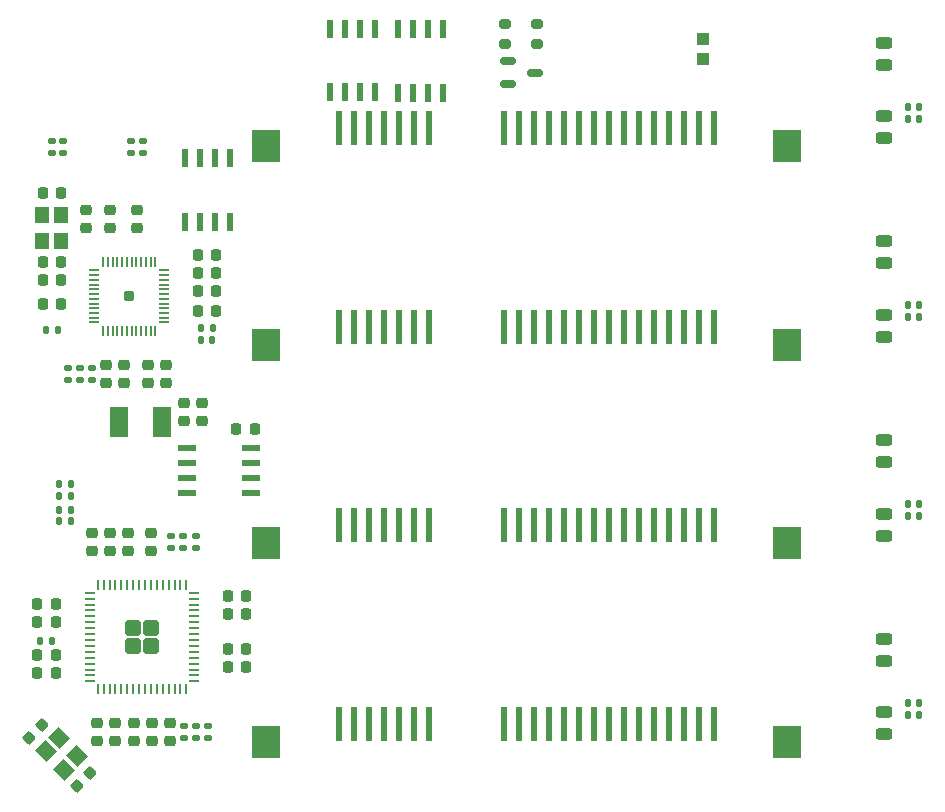
<source format=gtp>
%TF.GenerationSoftware,KiCad,Pcbnew,7.0.9*%
%TF.CreationDate,2024-12-30T23:35:23+08:00*%
%TF.ProjectId,ver0.1,76657230-2e31-42e6-9b69-6361645f7063,rev?*%
%TF.SameCoordinates,Original*%
%TF.FileFunction,Paste,Top*%
%TF.FilePolarity,Positive*%
%FSLAX46Y46*%
G04 Gerber Fmt 4.6, Leading zero omitted, Abs format (unit mm)*
G04 Created by KiCad (PCBNEW 7.0.9) date 2024-12-30 23:35:23*
%MOMM*%
%LPD*%
G01*
G04 APERTURE LIST*
G04 Aperture macros list*
%AMRoundRect*
0 Rectangle with rounded corners*
0 $1 Rounding radius*
0 $2 $3 $4 $5 $6 $7 $8 $9 X,Y pos of 4 corners*
0 Add a 4 corners polygon primitive as box body*
4,1,4,$2,$3,$4,$5,$6,$7,$8,$9,$2,$3,0*
0 Add four circle primitives for the rounded corners*
1,1,$1+$1,$2,$3*
1,1,$1+$1,$4,$5*
1,1,$1+$1,$6,$7*
1,1,$1+$1,$8,$9*
0 Add four rect primitives between the rounded corners*
20,1,$1+$1,$2,$3,$4,$5,0*
20,1,$1+$1,$4,$5,$6,$7,0*
20,1,$1+$1,$6,$7,$8,$9,0*
20,1,$1+$1,$8,$9,$2,$3,0*%
%AMRotRect*
0 Rectangle, with rotation*
0 The origin of the aperture is its center*
0 $1 length*
0 $2 width*
0 $3 Rotation angle, in degrees counterclockwise*
0 Add horizontal line*
21,1,$1,$2,0,0,$3*%
%AMFreePoly0*
4,1,33,0.459513,0.680391,0.494205,0.666021,0.523996,0.643161,0.643161,0.523996,0.666021,0.494205,0.680391,0.459513,0.685292,0.422283,0.685292,-0.422283,0.680391,-0.459513,0.666021,-0.494205,0.643161,-0.523996,0.523996,-0.643161,0.494205,-0.666021,0.459513,-0.680391,0.422283,-0.685292,-0.422283,-0.685292,-0.459513,-0.680391,-0.494205,-0.666021,-0.523996,-0.643161,-0.643161,-0.523996,
-0.666021,-0.494205,-0.680391,-0.459513,-0.685292,-0.422283,-0.685292,0.422283,-0.680391,0.459513,-0.666021,0.494205,-0.643161,0.523996,-0.523996,0.643161,-0.494205,0.666021,-0.459513,0.680391,-0.422283,0.685292,0.422283,0.685292,0.459513,0.680391,0.459513,0.680391,$1*%
G04 Aperture macros list end*
%ADD10RoundRect,0.147500X0.147500X0.172500X-0.147500X0.172500X-0.147500X-0.172500X0.147500X-0.172500X0*%
%ADD11R,1.550000X0.600000*%
%ADD12RoundRect,0.243750X-0.456250X0.243750X-0.456250X-0.243750X0.456250X-0.243750X0.456250X0.243750X0*%
%ADD13RoundRect,0.135000X-0.185000X0.135000X-0.185000X-0.135000X0.185000X-0.135000X0.185000X0.135000X0*%
%ADD14RoundRect,0.243750X0.456250X-0.243750X0.456250X0.243750X-0.456250X0.243750X-0.456250X-0.243750X0*%
%ADD15RoundRect,0.225000X0.250000X-0.225000X0.250000X0.225000X-0.250000X0.225000X-0.250000X-0.225000X0*%
%ADD16RoundRect,0.225000X-0.225000X-0.250000X0.225000X-0.250000X0.225000X0.250000X-0.225000X0.250000X0*%
%ADD17RoundRect,0.140000X-0.170000X0.140000X-0.170000X-0.140000X0.170000X-0.140000X0.170000X0.140000X0*%
%ADD18RoundRect,0.225000X0.225000X0.250000X-0.225000X0.250000X-0.225000X-0.250000X0.225000X-0.250000X0*%
%ADD19R,0.600000X2.900000*%
%ADD20R,2.440000X2.820000*%
%ADD21RoundRect,0.225000X-0.250000X0.225000X-0.250000X-0.225000X0.250000X-0.225000X0.250000X0.225000X0*%
%ADD22R,0.600000X1.550000*%
%ADD23RoundRect,0.140000X-0.140000X-0.170000X0.140000X-0.170000X0.140000X0.170000X-0.140000X0.170000X0*%
%ADD24RoundRect,0.225000X0.017678X-0.335876X0.335876X-0.017678X-0.017678X0.335876X-0.335876X0.017678X0*%
%ADD25RoundRect,0.135000X0.185000X-0.135000X0.185000X0.135000X-0.185000X0.135000X-0.185000X-0.135000X0*%
%ADD26RoundRect,0.135000X0.135000X0.185000X-0.135000X0.185000X-0.135000X-0.185000X0.135000X-0.185000X0*%
%ADD27FreePoly0,180.000000*%
%ADD28RoundRect,0.062500X0.350000X0.062500X-0.350000X0.062500X-0.350000X-0.062500X0.350000X-0.062500X0*%
%ADD29RoundRect,0.062500X0.062500X0.350000X-0.062500X0.350000X-0.062500X-0.350000X0.062500X-0.350000X0*%
%ADD30RoundRect,0.135000X-0.135000X-0.185000X0.135000X-0.185000X0.135000X0.185000X-0.135000X0.185000X0*%
%ADD31RoundRect,0.150000X-0.512500X-0.150000X0.512500X-0.150000X0.512500X0.150000X-0.512500X0.150000X0*%
%ADD32RoundRect,0.211634X0.211634X0.211634X-0.211634X0.211634X-0.211634X-0.211634X0.211634X-0.211634X0*%
%ADD33RoundRect,0.050000X0.375000X0.050000X-0.375000X0.050000X-0.375000X-0.050000X0.375000X-0.050000X0*%
%ADD34RoundRect,0.050000X0.050000X0.375000X-0.050000X0.375000X-0.050000X-0.375000X0.050000X-0.375000X0*%
%ADD35RoundRect,0.200000X-0.275000X0.200000X-0.275000X-0.200000X0.275000X-0.200000X0.275000X0.200000X0*%
%ADD36R,1.000000X1.000000*%
%ADD37RotRect,1.400000X1.200000X135.000000*%
%ADD38R,1.200000X1.400000*%
%ADD39R,1.500000X2.500000*%
G04 APERTURE END LIST*
D10*
%TO.C,R41*%
X184375900Y-93565980D03*
X183405900Y-93565980D03*
%TD*%
D11*
%TO.C,U6*%
X122389920Y-104648000D03*
X122389920Y-105918000D03*
X122389920Y-107188000D03*
X122389920Y-108458000D03*
X127789920Y-108458000D03*
X127789920Y-107188000D03*
X127789920Y-105918000D03*
X127789920Y-104648000D03*
%TD*%
D12*
%TO.C,D2*%
X181415560Y-76533800D03*
X181415560Y-78408800D03*
%TD*%
D13*
%TO.C,R29*%
X123154440Y-128157720D03*
X123154440Y-129177720D03*
%TD*%
D14*
%TO.C,D6*%
X181415600Y-122632400D03*
X181415600Y-120757400D03*
%TD*%
D15*
%TO.C,C64*%
X119400320Y-129442720D03*
X119400320Y-127892720D03*
%TD*%
D16*
%TO.C,C23*%
X110177280Y-90357960D03*
X111727280Y-90357960D03*
%TD*%
D10*
%TO.C,R40*%
X184375900Y-126187200D03*
X183405900Y-126187200D03*
%TD*%
D15*
%TO.C,C47*%
X119126000Y-99115120D03*
X119126000Y-97565120D03*
%TD*%
D17*
%TO.C,C39*%
X110939580Y-78657720D03*
X110939580Y-79617720D03*
%TD*%
D15*
%TO.C,C40*%
X122107500Y-102337460D03*
X122107500Y-100787460D03*
%TD*%
D18*
%TO.C,C46*%
X124848900Y-88275160D03*
X123298900Y-88275160D03*
%TD*%
D19*
%TO.C,J7*%
X149232320Y-94340140D03*
X150502320Y-94340140D03*
X151772320Y-94340140D03*
X153042320Y-94340140D03*
X154312320Y-94340140D03*
X155582320Y-94340140D03*
X156852320Y-94340140D03*
X158122320Y-94340140D03*
X159392320Y-94340140D03*
X160662320Y-94340140D03*
X161932320Y-94340140D03*
X163202320Y-94340140D03*
X164472320Y-94340140D03*
X165742320Y-94340140D03*
X167022320Y-94340140D03*
X135262320Y-94340140D03*
X136532320Y-94340140D03*
X137802320Y-94340140D03*
X139072320Y-94340140D03*
X140342320Y-94340140D03*
X141612320Y-94340140D03*
X142882320Y-94340140D03*
D20*
X129052320Y-95864140D03*
X173232320Y-95864140D03*
%TD*%
D18*
%TO.C,C29*%
X124848900Y-89796420D03*
X123298900Y-89796420D03*
%TD*%
D16*
%TO.C,C55*%
X109722620Y-122186700D03*
X111272620Y-122186700D03*
%TD*%
D18*
%TO.C,C28*%
X124848900Y-92991940D03*
X123298900Y-92991940D03*
%TD*%
D17*
%TO.C,C57*%
X122161300Y-128187720D03*
X122161300Y-129147720D03*
%TD*%
D18*
%TO.C,C52*%
X127388900Y-118633240D03*
X125838900Y-118633240D03*
%TD*%
D16*
%TO.C,C50*%
X126575220Y-102981760D03*
X128125220Y-102981760D03*
%TD*%
D18*
%TO.C,C130*%
X127388900Y-121627900D03*
X125838900Y-121627900D03*
%TD*%
D16*
%TO.C,C30*%
X110167100Y-92390740D03*
X111717100Y-92390740D03*
%TD*%
D10*
%TO.C,R35*%
X184375900Y-75722480D03*
X183405900Y-75722480D03*
%TD*%
D21*
%TO.C,C56*%
X114330480Y-111817820D03*
X114330480Y-113367820D03*
%TD*%
D12*
%TO.C,D5*%
X181415560Y-126982800D03*
X181415560Y-128857800D03*
%TD*%
D19*
%TO.C,J6*%
X149232320Y-127993140D03*
X150502320Y-127993140D03*
X151772320Y-127993140D03*
X153042320Y-127993140D03*
X154312320Y-127993140D03*
X155582320Y-127993140D03*
X156852320Y-127993140D03*
X158122320Y-127993140D03*
X159392320Y-127993140D03*
X160662320Y-127993140D03*
X161932320Y-127993140D03*
X163202320Y-127993140D03*
X164472320Y-127993140D03*
X165742320Y-127993140D03*
X167022320Y-127993140D03*
X135262320Y-127993140D03*
X136532320Y-127993140D03*
X137802320Y-127993140D03*
X139072320Y-127993140D03*
X140342320Y-127993140D03*
X141612320Y-127993140D03*
X142882320Y-127993140D03*
D20*
X129052320Y-129517140D03*
X173232320Y-129517140D03*
%TD*%
D22*
%TO.C,U4*%
X125996700Y-80065020D03*
X124726700Y-80065020D03*
X123456700Y-80065020D03*
X122186700Y-80065020D03*
X122186700Y-85465020D03*
X123456700Y-85465020D03*
X124726700Y-85465020D03*
X125996700Y-85465020D03*
%TD*%
D15*
%TO.C,C27*%
X117091460Y-99115120D03*
X117091460Y-97565120D03*
%TD*%
D13*
%TO.C,R33*%
X124157740Y-128157720D03*
X124157740Y-129177720D03*
%TD*%
D23*
%TO.C,C44*%
X111574640Y-108668820D03*
X112534640Y-108668820D03*
%TD*%
D19*
%TO.C,J5*%
X149232320Y-111170140D03*
X150502320Y-111170140D03*
X151772320Y-111170140D03*
X153042320Y-111170140D03*
X154312320Y-111170140D03*
X155582320Y-111170140D03*
X156852320Y-111170140D03*
X158122320Y-111170140D03*
X159392320Y-111170140D03*
X160662320Y-111170140D03*
X161932320Y-111170140D03*
X163202320Y-111170140D03*
X164472320Y-111170140D03*
X165742320Y-111170140D03*
X167022320Y-111170140D03*
X135262320Y-111170140D03*
X136532320Y-111170140D03*
X137802320Y-111170140D03*
X139072320Y-111170140D03*
X140342320Y-111170140D03*
X141612320Y-111170140D03*
X142882320Y-111170140D03*
D20*
X129052320Y-112694140D03*
X173232320Y-112694140D03*
%TD*%
D10*
%TO.C,R42*%
X184375900Y-92544900D03*
X183405900Y-92544900D03*
%TD*%
D16*
%TO.C,C54*%
X109722620Y-119382540D03*
X111272620Y-119382540D03*
%TD*%
D24*
%TO.C,C49*%
X109031444Y-129163291D03*
X110127460Y-128067275D03*
%TD*%
D21*
%TO.C,C60*%
X119331740Y-111814520D03*
X119331740Y-113364520D03*
%TD*%
D15*
%TO.C,C32*%
X120644920Y-99115120D03*
X120644920Y-97565120D03*
%TD*%
D25*
%TO.C,R24*%
X114320320Y-98850120D03*
X114320320Y-97830120D03*
%TD*%
D12*
%TO.C,D3*%
X181415560Y-110179800D03*
X181415560Y-112054800D03*
%TD*%
D17*
%TO.C,C36*%
X117688360Y-78661320D03*
X117688360Y-79621320D03*
%TD*%
D22*
%TO.C,Q2*%
X138277600Y-69110000D03*
X137007600Y-69110000D03*
X135737600Y-69110000D03*
X134467600Y-69110000D03*
X134467600Y-74510000D03*
X135737600Y-74510000D03*
X137007600Y-74510000D03*
X138277600Y-74510000D03*
%TD*%
D15*
%TO.C,C132*%
X120916700Y-129442720D03*
X120916700Y-127892720D03*
%TD*%
D16*
%TO.C,C63*%
X109722620Y-123705620D03*
X111272620Y-123705620D03*
%TD*%
D17*
%TO.C,C37*%
X111922560Y-78657720D03*
X111922560Y-79617720D03*
%TD*%
D18*
%TO.C,C58*%
X127396540Y-117116860D03*
X125846540Y-117116860D03*
%TD*%
D26*
%TO.C,R26*%
X111457200Y-94665800D03*
X110437200Y-94665800D03*
%TD*%
D17*
%TO.C,C35*%
X118671340Y-78658780D03*
X118671340Y-79618780D03*
%TD*%
D15*
%TO.C,C53*%
X117868700Y-129442720D03*
X117868700Y-127892720D03*
%TD*%
D22*
%TO.C,Q1*%
X144068800Y-69122520D03*
X142798800Y-69122520D03*
X141528800Y-69122520D03*
X140258800Y-69122520D03*
X140258800Y-74522520D03*
X141528800Y-74522520D03*
X142798800Y-74522520D03*
X144068800Y-74522520D03*
%TD*%
D25*
%TO.C,R31*%
X122092720Y-113062480D03*
X122092720Y-112042480D03*
%TD*%
D27*
%TO.C,jmb1*%
X119317600Y-121349600D03*
X119317600Y-119899600D03*
X117867600Y-121349600D03*
X117867600Y-119899600D03*
D28*
X123030100Y-124374600D03*
X123030100Y-123874600D03*
X123030100Y-123374600D03*
X123030100Y-122874600D03*
X123030100Y-122374600D03*
X123030100Y-121874600D03*
X123030100Y-121374600D03*
X123030100Y-120874600D03*
X123030100Y-120374600D03*
X123030100Y-119874600D03*
X123030100Y-119374600D03*
X123030100Y-118874600D03*
X123030100Y-118374600D03*
X123030100Y-117874600D03*
X123030100Y-117374600D03*
X123030100Y-116874600D03*
D29*
X122342600Y-116187100D03*
X121842600Y-116187100D03*
X121342600Y-116187100D03*
X120842600Y-116187100D03*
X120342600Y-116187100D03*
X119842600Y-116187100D03*
X119342600Y-116187100D03*
X118842600Y-116187100D03*
X118342600Y-116187100D03*
X117842600Y-116187100D03*
X117342600Y-116187100D03*
X116842600Y-116187100D03*
X116342600Y-116187100D03*
X115842600Y-116187100D03*
X115342600Y-116187100D03*
X114842600Y-116187100D03*
D28*
X114155100Y-116874600D03*
X114155100Y-117374600D03*
X114155100Y-117874600D03*
X114155100Y-118374600D03*
X114155100Y-118874600D03*
X114155100Y-119374600D03*
X114155100Y-119874600D03*
X114155100Y-120374600D03*
X114155100Y-120874600D03*
X114155100Y-121374600D03*
X114155100Y-121874600D03*
X114155100Y-122374600D03*
X114155100Y-122874600D03*
X114155100Y-123374600D03*
X114155100Y-123874600D03*
X114155100Y-124374600D03*
D29*
X114842600Y-125062100D03*
X115342600Y-125062100D03*
X115842600Y-125062100D03*
X116342600Y-125062100D03*
X116842600Y-125062100D03*
X117342600Y-125062100D03*
X117842600Y-125062100D03*
X118342600Y-125062100D03*
X118842600Y-125062100D03*
X119342600Y-125062100D03*
X119842600Y-125062100D03*
X120342600Y-125062100D03*
X120842600Y-125062100D03*
X121342600Y-125062100D03*
X121842600Y-125062100D03*
X122342600Y-125062100D03*
%TD*%
D30*
%TO.C,R23*%
X123563900Y-94449900D03*
X124583900Y-94449900D03*
%TD*%
D10*
%TO.C,R39*%
X184375900Y-127195580D03*
X183405900Y-127195580D03*
%TD*%
D25*
%TO.C,R32*%
X123156980Y-113062480D03*
X123156980Y-112042480D03*
%TD*%
D21*
%TO.C,C61*%
X115844320Y-111817820D03*
X115844320Y-113367820D03*
%TD*%
D18*
%TO.C,C34*%
X124848900Y-91315540D03*
X123298900Y-91315540D03*
%TD*%
D31*
%TO.C,T1*%
X149568320Y-71892120D03*
X149568320Y-73792120D03*
X151843320Y-72842120D03*
%TD*%
D21*
%TO.C,C26*%
X113879340Y-84458720D03*
X113879340Y-86008720D03*
%TD*%
D10*
%TO.C,R36*%
X184375900Y-76746100D03*
X183405900Y-76746100D03*
%TD*%
%TO.C,R37*%
X184375900Y-110393480D03*
X183405900Y-110393480D03*
%TD*%
D13*
%TO.C,R25*%
X113337340Y-97830120D03*
X113337340Y-98850120D03*
%TD*%
D32*
%TO.C,U5*%
X117512320Y-91787980D03*
D33*
X120462320Y-93987980D03*
X120462320Y-93587980D03*
X120462320Y-93187980D03*
X120462320Y-92787980D03*
X120462320Y-92387980D03*
X120462320Y-91987980D03*
X120462320Y-91587980D03*
X120462320Y-91187980D03*
X120462320Y-90787980D03*
X120462320Y-90387980D03*
X120462320Y-89987980D03*
X120462320Y-89587980D03*
D34*
X119712320Y-88837980D03*
X119312320Y-88837980D03*
X118912320Y-88837980D03*
X118512320Y-88837980D03*
X118112320Y-88837980D03*
X117712320Y-88837980D03*
X117312320Y-88837980D03*
X116912320Y-88837980D03*
X116512320Y-88837980D03*
X116112320Y-88837980D03*
X115712320Y-88837980D03*
X115312320Y-88837980D03*
D33*
X114562320Y-89587980D03*
X114562320Y-89987980D03*
X114562320Y-90387980D03*
X114562320Y-90787980D03*
X114562320Y-91187980D03*
X114562320Y-91587980D03*
X114562320Y-91987980D03*
X114562320Y-92387980D03*
X114562320Y-92787980D03*
X114562320Y-93187980D03*
X114562320Y-93587980D03*
X114562320Y-93987980D03*
D34*
X115312320Y-94737980D03*
X115712320Y-94737980D03*
X116112320Y-94737980D03*
X116512320Y-94737980D03*
X116912320Y-94737980D03*
X117312320Y-94737980D03*
X117712320Y-94737980D03*
X118112320Y-94737980D03*
X118512320Y-94737980D03*
X118912320Y-94737980D03*
X119312320Y-94737980D03*
X119712320Y-94737980D03*
%TD*%
D21*
%TO.C,C25*%
X115841780Y-84458720D03*
X115841780Y-86008720D03*
%TD*%
D24*
%TO.C,C48*%
X113109215Y-133238920D03*
X114205231Y-132142904D03*
%TD*%
D23*
%TO.C,C42*%
X111574640Y-110828280D03*
X112534640Y-110828280D03*
%TD*%
%TO.C,C43*%
X111574640Y-107696000D03*
X112534640Y-107696000D03*
%TD*%
D15*
%TO.C,C45*%
X123628960Y-102335220D03*
X123628960Y-100785220D03*
%TD*%
D35*
%TO.C,R27*%
X149352000Y-68742560D03*
X149352000Y-70392560D03*
%TD*%
D12*
%TO.C,D7*%
X181415560Y-93356800D03*
X181415560Y-95231800D03*
%TD*%
D36*
%TO.C,R44*%
X166126160Y-71698220D03*
X166126160Y-69998220D03*
%TD*%
D21*
%TO.C,C51*%
X117363240Y-111814520D03*
X117363240Y-113364520D03*
%TD*%
D25*
%TO.C,R30*%
X121051320Y-113062480D03*
X121051320Y-112042480D03*
%TD*%
D23*
%TO.C,C41*%
X111574640Y-109855000D03*
X112534640Y-109855000D03*
%TD*%
D14*
%TO.C,D1*%
X181415600Y-72163400D03*
X181415600Y-70288400D03*
%TD*%
D21*
%TO.C,C24*%
X118186200Y-84458720D03*
X118186200Y-86008720D03*
%TD*%
D14*
%TO.C,D8*%
X181415600Y-88986400D03*
X181415600Y-87111400D03*
%TD*%
D26*
%TO.C,R28*%
X111007620Y-120924320D03*
X109987620Y-120924320D03*
%TD*%
D35*
%TO.C,R34*%
X152072340Y-68742560D03*
X152072340Y-70392560D03*
%TD*%
D18*
%TO.C,C65*%
X127388900Y-123151900D03*
X125838900Y-123151900D03*
%TD*%
D16*
%TO.C,C22*%
X110164580Y-88841580D03*
X111714580Y-88841580D03*
%TD*%
D19*
%TO.C,J4*%
X149232320Y-77510140D03*
X150502320Y-77510140D03*
X151772320Y-77510140D03*
X153042320Y-77510140D03*
X154312320Y-77510140D03*
X155582320Y-77510140D03*
X156852320Y-77510140D03*
X158122320Y-77510140D03*
X159392320Y-77510140D03*
X160662320Y-77510140D03*
X161932320Y-77510140D03*
X163202320Y-77510140D03*
X164472320Y-77510140D03*
X165742320Y-77510140D03*
X167022320Y-77510140D03*
X135262320Y-77510140D03*
X136532320Y-77510140D03*
X137802320Y-77510140D03*
X139072320Y-77510140D03*
X140342320Y-77510140D03*
X141612320Y-77510140D03*
X142882320Y-77510140D03*
D20*
X129052320Y-79034140D03*
X173232320Y-79034140D03*
%TD*%
D10*
%TO.C,R38*%
X184375900Y-109372400D03*
X183405900Y-109372400D03*
%TD*%
D14*
%TO.C,D4*%
X181415600Y-105809400D03*
X181415600Y-103934400D03*
%TD*%
D15*
%TO.C,C131*%
X114818160Y-129442720D03*
X114818160Y-127892720D03*
%TD*%
D16*
%TO.C,C62*%
X109722620Y-117858540D03*
X111272620Y-117858540D03*
%TD*%
D23*
%TO.C,C21*%
X123593900Y-95435420D03*
X124553900Y-95435420D03*
%TD*%
D37*
%TO.C,Y2*%
X113123823Y-130709712D03*
X111568188Y-129154077D03*
X110436817Y-130285448D03*
X111992452Y-131841083D03*
%TD*%
D15*
%TO.C,C33*%
X115577620Y-99115120D03*
X115577620Y-97565120D03*
%TD*%
D38*
%TO.C,Y1*%
X111739580Y-87051660D03*
X111739580Y-84851660D03*
X110139580Y-84851660D03*
X110139580Y-87051660D03*
%TD*%
D17*
%TO.C,C38*%
X112354360Y-97860120D03*
X112354360Y-98820120D03*
%TD*%
D16*
%TO.C,C31*%
X110164580Y-83060540D03*
X111714580Y-83060540D03*
%TD*%
D39*
%TO.C,L5*%
X116610520Y-102389940D03*
X120310520Y-102389940D03*
%TD*%
D15*
%TO.C,C59*%
X116342160Y-129442720D03*
X116342160Y-127892720D03*
%TD*%
M02*

</source>
